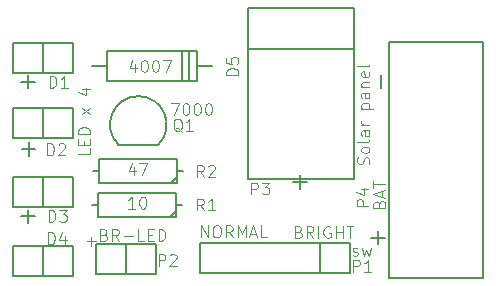
<source format=gbr>
G04 #@! TF.FileFunction,Legend,Top*
%FSLAX46Y46*%
G04 Gerber Fmt 4.6, Leading zero omitted, Abs format (unit mm)*
G04 Created by KiCad (PCBNEW 4.0.0-rc1-stable) date Sun Oct  2 07:22:39 2016*
%MOMM*%
G01*
G04 APERTURE LIST*
%ADD10C,0.100000*%
%ADD11C,0.200000*%
%ADD12C,0.150000*%
G04 APERTURE END LIST*
D10*
X63885714Y-57952381D02*
X63885714Y-56952381D01*
X64457143Y-57952381D01*
X64457143Y-56952381D01*
X65123809Y-56952381D02*
X65314286Y-56952381D01*
X65409524Y-57000000D01*
X65504762Y-57095238D01*
X65552381Y-57285714D01*
X65552381Y-57619048D01*
X65504762Y-57809524D01*
X65409524Y-57904762D01*
X65314286Y-57952381D01*
X65123809Y-57952381D01*
X65028571Y-57904762D01*
X64933333Y-57809524D01*
X64885714Y-57619048D01*
X64885714Y-57285714D01*
X64933333Y-57095238D01*
X65028571Y-57000000D01*
X65123809Y-56952381D01*
X66552381Y-57952381D02*
X66219047Y-57476190D01*
X65980952Y-57952381D02*
X65980952Y-56952381D01*
X66361905Y-56952381D01*
X66457143Y-57000000D01*
X66504762Y-57047619D01*
X66552381Y-57142857D01*
X66552381Y-57285714D01*
X66504762Y-57380952D01*
X66457143Y-57428571D01*
X66361905Y-57476190D01*
X65980952Y-57476190D01*
X66980952Y-57952381D02*
X66980952Y-56952381D01*
X67314286Y-57666667D01*
X67647619Y-56952381D01*
X67647619Y-57952381D01*
X68076190Y-57666667D02*
X68552381Y-57666667D01*
X67980952Y-57952381D02*
X68314285Y-56952381D01*
X68647619Y-57952381D01*
X69457143Y-57952381D02*
X68980952Y-57952381D01*
X68980952Y-56952381D01*
X72153572Y-57478571D02*
X72296429Y-57526190D01*
X72344048Y-57573810D01*
X72391667Y-57669048D01*
X72391667Y-57811905D01*
X72344048Y-57907143D01*
X72296429Y-57954762D01*
X72201191Y-58002381D01*
X71820238Y-58002381D01*
X71820238Y-57002381D01*
X72153572Y-57002381D01*
X72248810Y-57050000D01*
X72296429Y-57097619D01*
X72344048Y-57192857D01*
X72344048Y-57288095D01*
X72296429Y-57383333D01*
X72248810Y-57430952D01*
X72153572Y-57478571D01*
X71820238Y-57478571D01*
X73391667Y-58002381D02*
X73058333Y-57526190D01*
X72820238Y-58002381D02*
X72820238Y-57002381D01*
X73201191Y-57002381D01*
X73296429Y-57050000D01*
X73344048Y-57097619D01*
X73391667Y-57192857D01*
X73391667Y-57335714D01*
X73344048Y-57430952D01*
X73296429Y-57478571D01*
X73201191Y-57526190D01*
X72820238Y-57526190D01*
X73820238Y-58002381D02*
X73820238Y-57002381D01*
X74820238Y-57050000D02*
X74725000Y-57002381D01*
X74582143Y-57002381D01*
X74439285Y-57050000D01*
X74344047Y-57145238D01*
X74296428Y-57240476D01*
X74248809Y-57430952D01*
X74248809Y-57573810D01*
X74296428Y-57764286D01*
X74344047Y-57859524D01*
X74439285Y-57954762D01*
X74582143Y-58002381D01*
X74677381Y-58002381D01*
X74820238Y-57954762D01*
X74867857Y-57907143D01*
X74867857Y-57573810D01*
X74677381Y-57573810D01*
X75296428Y-58002381D02*
X75296428Y-57002381D01*
X75296428Y-57478571D02*
X75867857Y-57478571D01*
X75867857Y-58002381D02*
X75867857Y-57002381D01*
X76201190Y-57002381D02*
X76772619Y-57002381D01*
X76486904Y-58002381D02*
X76486904Y-57002381D01*
X54477381Y-50435714D02*
X54477381Y-50911905D01*
X53477381Y-50911905D01*
X53953571Y-50102381D02*
X53953571Y-49769047D01*
X54477381Y-49626190D02*
X54477381Y-50102381D01*
X53477381Y-50102381D01*
X53477381Y-49626190D01*
X54477381Y-49197619D02*
X53477381Y-49197619D01*
X53477381Y-48959524D01*
X53525000Y-48816666D01*
X53620238Y-48721428D01*
X53715476Y-48673809D01*
X53905952Y-48626190D01*
X54048810Y-48626190D01*
X54239286Y-48673809D01*
X54334524Y-48721428D01*
X54429762Y-48816666D01*
X54477381Y-48959524D01*
X54477381Y-49197619D01*
X54477381Y-47530952D02*
X53810714Y-47007142D01*
X53810714Y-47530952D02*
X54477381Y-47007142D01*
X53810714Y-45435713D02*
X54477381Y-45435713D01*
X53429762Y-45673809D02*
X54144048Y-45911904D01*
X54144048Y-45292856D01*
X54219048Y-58296429D02*
X54980953Y-58296429D01*
X54600001Y-58677381D02*
X54600001Y-57915476D01*
D11*
X48678572Y-56182143D02*
X49821429Y-56182143D01*
X49250000Y-56753571D02*
X49250000Y-55610714D01*
X48703572Y-50457143D02*
X49846429Y-50457143D01*
X49275000Y-51028571D02*
X49275000Y-49885714D01*
X48653572Y-44782143D02*
X49796429Y-44782143D01*
X49225000Y-45353571D02*
X49225000Y-44210714D01*
X79107143Y-45346428D02*
X79107143Y-44203571D01*
X71678572Y-53282143D02*
X72821429Y-53282143D01*
X72250000Y-53853571D02*
X72250000Y-52710714D01*
X78278572Y-57982143D02*
X79421429Y-57982143D01*
X78850000Y-58553571D02*
X78850000Y-57410714D01*
D12*
X50500000Y-44070000D02*
X50500000Y-41530000D01*
X53040000Y-44070000D02*
X53040000Y-41530000D01*
X53040000Y-41530000D02*
X50500000Y-41530000D01*
X50500000Y-41530000D02*
X47960000Y-41530000D01*
X47960000Y-41530000D02*
X47960000Y-44070000D01*
X47960000Y-44070000D02*
X53040000Y-44070000D01*
X50475000Y-49570000D02*
X50475000Y-47030000D01*
X53015000Y-49570000D02*
X53015000Y-47030000D01*
X53015000Y-47030000D02*
X50475000Y-47030000D01*
X50475000Y-47030000D02*
X47935000Y-47030000D01*
X47935000Y-47030000D02*
X47935000Y-49570000D01*
X47935000Y-49570000D02*
X53015000Y-49570000D01*
X50475000Y-55420000D02*
X50475000Y-52880000D01*
X53015000Y-55420000D02*
X53015000Y-52880000D01*
X53015000Y-52880000D02*
X50475000Y-52880000D01*
X50475000Y-52880000D02*
X47935000Y-52880000D01*
X47935000Y-52880000D02*
X47935000Y-55420000D01*
X47935000Y-55420000D02*
X53015000Y-55420000D01*
X50475000Y-61245000D02*
X50475000Y-58705000D01*
X53015000Y-61245000D02*
X53015000Y-58705000D01*
X53015000Y-58705000D02*
X50475000Y-58705000D01*
X50475000Y-58705000D02*
X47935000Y-58705000D01*
X47935000Y-58705000D02*
X47935000Y-61245000D01*
X47935000Y-61245000D02*
X53015000Y-61245000D01*
X57500000Y-61095000D02*
X57500000Y-58555000D01*
X60040000Y-61095000D02*
X60040000Y-58555000D01*
X60040000Y-58555000D02*
X57500000Y-58555000D01*
X57500000Y-58555000D02*
X54960000Y-58555000D01*
X54960000Y-58555000D02*
X54960000Y-61095000D01*
X54960000Y-61095000D02*
X60040000Y-61095000D01*
X55915000Y-42205000D02*
X63535000Y-42205000D01*
X63535000Y-42205000D02*
X63535000Y-44745000D01*
X63535000Y-44745000D02*
X55915000Y-44745000D01*
X55915000Y-44745000D02*
X55915000Y-42205000D01*
X62900000Y-42205000D02*
X62900000Y-44745000D01*
X62265000Y-44745000D02*
X62265000Y-42205000D01*
X55915000Y-43475000D02*
X54645000Y-43475000D01*
X63535000Y-43475000D02*
X64805000Y-43475000D01*
X62285000Y-55200000D02*
X61777000Y-55200000D01*
X54665000Y-55200000D02*
X55173000Y-55200000D01*
X55173000Y-55200000D02*
X55173000Y-56216000D01*
X55173000Y-56216000D02*
X61777000Y-56216000D01*
X61777000Y-56216000D02*
X61777000Y-54184000D01*
X61777000Y-54184000D02*
X55173000Y-54184000D01*
X55173000Y-54184000D02*
X55173000Y-55200000D01*
X61777000Y-55708000D02*
X61269000Y-56216000D01*
X62335000Y-52350000D02*
X61827000Y-52350000D01*
X54715000Y-52350000D02*
X55223000Y-52350000D01*
X55223000Y-52350000D02*
X55223000Y-53366000D01*
X55223000Y-53366000D02*
X61827000Y-53366000D01*
X61827000Y-53366000D02*
X61827000Y-51334000D01*
X61827000Y-51334000D02*
X55223000Y-51334000D01*
X55223000Y-51334000D02*
X55223000Y-52350000D01*
X61827000Y-52858000D02*
X61319000Y-53366000D01*
X87775000Y-41425000D02*
X79775000Y-41425000D01*
X79775000Y-41425000D02*
X79775000Y-61425000D01*
X79775000Y-61425000D02*
X87775000Y-61425000D01*
X87775000Y-61425000D02*
X87775000Y-41425000D01*
X56870000Y-50100000D02*
X60270000Y-50100000D01*
X56872944Y-50097056D02*
G75*
G02X58570000Y-46000000I1697056J1697056D01*
G01*
X60267056Y-50097056D02*
G75*
G03X58570000Y-46000000I-1697056J1697056D01*
G01*
X76825880Y-41999500D02*
X67824120Y-41999500D01*
X76825880Y-38499380D02*
X67824120Y-38499380D01*
X67824120Y-38499380D02*
X67824120Y-53000240D01*
X67824120Y-53000240D02*
X76825880Y-53000240D01*
X76825880Y-53000240D02*
X76825880Y-38499380D01*
X73985000Y-60945000D02*
X63825000Y-60945000D01*
X63825000Y-60945000D02*
X63825000Y-58405000D01*
X63825000Y-58405000D02*
X73985000Y-58405000D01*
X76525000Y-60945000D02*
X73985000Y-60945000D01*
X73985000Y-60945000D02*
X73985000Y-58405000D01*
X76525000Y-60945000D02*
X76525000Y-58405000D01*
X76525000Y-58405000D02*
X73985000Y-58405000D01*
D10*
X51061905Y-45277381D02*
X51061905Y-44277381D01*
X51300000Y-44277381D01*
X51442858Y-44325000D01*
X51538096Y-44420238D01*
X51585715Y-44515476D01*
X51633334Y-44705952D01*
X51633334Y-44848810D01*
X51585715Y-45039286D01*
X51538096Y-45134524D01*
X51442858Y-45229762D01*
X51300000Y-45277381D01*
X51061905Y-45277381D01*
X52585715Y-45277381D02*
X52014286Y-45277381D01*
X52300000Y-45277381D02*
X52300000Y-44277381D01*
X52204762Y-44420238D01*
X52109524Y-44515476D01*
X52014286Y-44563095D01*
X50861905Y-51002381D02*
X50861905Y-50002381D01*
X51100000Y-50002381D01*
X51242858Y-50050000D01*
X51338096Y-50145238D01*
X51385715Y-50240476D01*
X51433334Y-50430952D01*
X51433334Y-50573810D01*
X51385715Y-50764286D01*
X51338096Y-50859524D01*
X51242858Y-50954762D01*
X51100000Y-51002381D01*
X50861905Y-51002381D01*
X51814286Y-50097619D02*
X51861905Y-50050000D01*
X51957143Y-50002381D01*
X52195239Y-50002381D01*
X52290477Y-50050000D01*
X52338096Y-50097619D01*
X52385715Y-50192857D01*
X52385715Y-50288095D01*
X52338096Y-50430952D01*
X51766667Y-51002381D01*
X52385715Y-51002381D01*
X50986905Y-56627381D02*
X50986905Y-55627381D01*
X51225000Y-55627381D01*
X51367858Y-55675000D01*
X51463096Y-55770238D01*
X51510715Y-55865476D01*
X51558334Y-56055952D01*
X51558334Y-56198810D01*
X51510715Y-56389286D01*
X51463096Y-56484524D01*
X51367858Y-56579762D01*
X51225000Y-56627381D01*
X50986905Y-56627381D01*
X51891667Y-55627381D02*
X52510715Y-55627381D01*
X52177381Y-56008333D01*
X52320239Y-56008333D01*
X52415477Y-56055952D01*
X52463096Y-56103571D01*
X52510715Y-56198810D01*
X52510715Y-56436905D01*
X52463096Y-56532143D01*
X52415477Y-56579762D01*
X52320239Y-56627381D01*
X52034524Y-56627381D01*
X51939286Y-56579762D01*
X51891667Y-56532143D01*
X50936905Y-58527381D02*
X50936905Y-57527381D01*
X51175000Y-57527381D01*
X51317858Y-57575000D01*
X51413096Y-57670238D01*
X51460715Y-57765476D01*
X51508334Y-57955952D01*
X51508334Y-58098810D01*
X51460715Y-58289286D01*
X51413096Y-58384524D01*
X51317858Y-58479762D01*
X51175000Y-58527381D01*
X50936905Y-58527381D01*
X52365477Y-57860714D02*
X52365477Y-58527381D01*
X52127381Y-57479762D02*
X51889286Y-58194048D01*
X52508334Y-58194048D01*
X60286905Y-60377381D02*
X60286905Y-59377381D01*
X60667858Y-59377381D01*
X60763096Y-59425000D01*
X60810715Y-59472619D01*
X60858334Y-59567857D01*
X60858334Y-59710714D01*
X60810715Y-59805952D01*
X60763096Y-59853571D01*
X60667858Y-59901190D01*
X60286905Y-59901190D01*
X61239286Y-59472619D02*
X61286905Y-59425000D01*
X61382143Y-59377381D01*
X61620239Y-59377381D01*
X61715477Y-59425000D01*
X61763096Y-59472619D01*
X61810715Y-59567857D01*
X61810715Y-59663095D01*
X61763096Y-59805952D01*
X61191667Y-60377381D01*
X61810715Y-60377381D01*
X55670239Y-57728571D02*
X55813096Y-57776190D01*
X55860715Y-57823810D01*
X55908334Y-57919048D01*
X55908334Y-58061905D01*
X55860715Y-58157143D01*
X55813096Y-58204762D01*
X55717858Y-58252381D01*
X55336905Y-58252381D01*
X55336905Y-57252381D01*
X55670239Y-57252381D01*
X55765477Y-57300000D01*
X55813096Y-57347619D01*
X55860715Y-57442857D01*
X55860715Y-57538095D01*
X55813096Y-57633333D01*
X55765477Y-57680952D01*
X55670239Y-57728571D01*
X55336905Y-57728571D01*
X56908334Y-58252381D02*
X56575000Y-57776190D01*
X56336905Y-58252381D02*
X56336905Y-57252381D01*
X56717858Y-57252381D01*
X56813096Y-57300000D01*
X56860715Y-57347619D01*
X56908334Y-57442857D01*
X56908334Y-57585714D01*
X56860715Y-57680952D01*
X56813096Y-57728571D01*
X56717858Y-57776190D01*
X56336905Y-57776190D01*
X57336905Y-57871429D02*
X58098810Y-57871429D01*
X59051191Y-58252381D02*
X58575000Y-58252381D01*
X58575000Y-57252381D01*
X59384524Y-57728571D02*
X59717858Y-57728571D01*
X59860715Y-58252381D02*
X59384524Y-58252381D01*
X59384524Y-57252381D01*
X59860715Y-57252381D01*
X60289286Y-58252381D02*
X60289286Y-57252381D01*
X60527381Y-57252381D01*
X60670239Y-57300000D01*
X60765477Y-57395238D01*
X60813096Y-57490476D01*
X60860715Y-57680952D01*
X60860715Y-57823810D01*
X60813096Y-58014286D01*
X60765477Y-58109524D01*
X60670239Y-58204762D01*
X60527381Y-58252381D01*
X60289286Y-58252381D01*
X67027381Y-44213095D02*
X66027381Y-44213095D01*
X66027381Y-43975000D01*
X66075000Y-43832142D01*
X66170238Y-43736904D01*
X66265476Y-43689285D01*
X66455952Y-43641666D01*
X66598810Y-43641666D01*
X66789286Y-43689285D01*
X66884524Y-43736904D01*
X66979762Y-43832142D01*
X67027381Y-43975000D01*
X67027381Y-44213095D01*
X66027381Y-42736904D02*
X66027381Y-43213095D01*
X66503571Y-43260714D01*
X66455952Y-43213095D01*
X66408333Y-43117857D01*
X66408333Y-42879761D01*
X66455952Y-42784523D01*
X66503571Y-42736904D01*
X66598810Y-42689285D01*
X66836905Y-42689285D01*
X66932143Y-42736904D01*
X66979762Y-42784523D01*
X67027381Y-42879761D01*
X67027381Y-43117857D01*
X66979762Y-43213095D01*
X66932143Y-43260714D01*
X58311905Y-43285714D02*
X58311905Y-43952381D01*
X58073809Y-42904762D02*
X57835714Y-43619048D01*
X58454762Y-43619048D01*
X59026190Y-42952381D02*
X59121429Y-42952381D01*
X59216667Y-43000000D01*
X59264286Y-43047619D01*
X59311905Y-43142857D01*
X59359524Y-43333333D01*
X59359524Y-43571429D01*
X59311905Y-43761905D01*
X59264286Y-43857143D01*
X59216667Y-43904762D01*
X59121429Y-43952381D01*
X59026190Y-43952381D01*
X58930952Y-43904762D01*
X58883333Y-43857143D01*
X58835714Y-43761905D01*
X58788095Y-43571429D01*
X58788095Y-43333333D01*
X58835714Y-43142857D01*
X58883333Y-43047619D01*
X58930952Y-43000000D01*
X59026190Y-42952381D01*
X59978571Y-42952381D02*
X60073810Y-42952381D01*
X60169048Y-43000000D01*
X60216667Y-43047619D01*
X60264286Y-43142857D01*
X60311905Y-43333333D01*
X60311905Y-43571429D01*
X60264286Y-43761905D01*
X60216667Y-43857143D01*
X60169048Y-43904762D01*
X60073810Y-43952381D01*
X59978571Y-43952381D01*
X59883333Y-43904762D01*
X59835714Y-43857143D01*
X59788095Y-43761905D01*
X59740476Y-43571429D01*
X59740476Y-43333333D01*
X59788095Y-43142857D01*
X59835714Y-43047619D01*
X59883333Y-43000000D01*
X59978571Y-42952381D01*
X60645238Y-42952381D02*
X61311905Y-42952381D01*
X60883333Y-43952381D01*
X64108334Y-55677381D02*
X63775000Y-55201190D01*
X63536905Y-55677381D02*
X63536905Y-54677381D01*
X63917858Y-54677381D01*
X64013096Y-54725000D01*
X64060715Y-54772619D01*
X64108334Y-54867857D01*
X64108334Y-55010714D01*
X64060715Y-55105952D01*
X64013096Y-55153571D01*
X63917858Y-55201190D01*
X63536905Y-55201190D01*
X65060715Y-55677381D02*
X64489286Y-55677381D01*
X64775000Y-55677381D02*
X64775000Y-54677381D01*
X64679762Y-54820238D01*
X64584524Y-54915476D01*
X64489286Y-54963095D01*
X58284524Y-55525381D02*
X57713095Y-55525381D01*
X57998809Y-55525381D02*
X57998809Y-54525381D01*
X57903571Y-54668238D01*
X57808333Y-54763476D01*
X57713095Y-54811095D01*
X58903571Y-54525381D02*
X58998810Y-54525381D01*
X59094048Y-54573000D01*
X59141667Y-54620619D01*
X59189286Y-54715857D01*
X59236905Y-54906333D01*
X59236905Y-55144429D01*
X59189286Y-55334905D01*
X59141667Y-55430143D01*
X59094048Y-55477762D01*
X58998810Y-55525381D01*
X58903571Y-55525381D01*
X58808333Y-55477762D01*
X58760714Y-55430143D01*
X58713095Y-55334905D01*
X58665476Y-55144429D01*
X58665476Y-54906333D01*
X58713095Y-54715857D01*
X58760714Y-54620619D01*
X58808333Y-54573000D01*
X58903571Y-54525381D01*
X64108334Y-52852381D02*
X63775000Y-52376190D01*
X63536905Y-52852381D02*
X63536905Y-51852381D01*
X63917858Y-51852381D01*
X64013096Y-51900000D01*
X64060715Y-51947619D01*
X64108334Y-52042857D01*
X64108334Y-52185714D01*
X64060715Y-52280952D01*
X64013096Y-52328571D01*
X63917858Y-52376190D01*
X63536905Y-52376190D01*
X64489286Y-51947619D02*
X64536905Y-51900000D01*
X64632143Y-51852381D01*
X64870239Y-51852381D01*
X64965477Y-51900000D01*
X65013096Y-51947619D01*
X65060715Y-52042857D01*
X65060715Y-52138095D01*
X65013096Y-52280952D01*
X64441667Y-52852381D01*
X65060715Y-52852381D01*
X58239286Y-52008714D02*
X58239286Y-52675381D01*
X58001190Y-51627762D02*
X57763095Y-52342048D01*
X58382143Y-52342048D01*
X58667857Y-51675381D02*
X59334524Y-51675381D01*
X58905952Y-52675381D01*
X78052381Y-55313095D02*
X77052381Y-55313095D01*
X77052381Y-54932142D01*
X77100000Y-54836904D01*
X77147619Y-54789285D01*
X77242857Y-54741666D01*
X77385714Y-54741666D01*
X77480952Y-54789285D01*
X77528571Y-54836904D01*
X77576190Y-54932142D01*
X77576190Y-55313095D01*
X77385714Y-53884523D02*
X78052381Y-53884523D01*
X77004762Y-54122619D02*
X77719048Y-54360714D01*
X77719048Y-53741666D01*
X78953571Y-55138095D02*
X79001190Y-54995238D01*
X79048810Y-54947619D01*
X79144048Y-54900000D01*
X79286905Y-54900000D01*
X79382143Y-54947619D01*
X79429762Y-54995238D01*
X79477381Y-55090476D01*
X79477381Y-55471429D01*
X78477381Y-55471429D01*
X78477381Y-55138095D01*
X78525000Y-55042857D01*
X78572619Y-54995238D01*
X78667857Y-54947619D01*
X78763095Y-54947619D01*
X78858333Y-54995238D01*
X78905952Y-55042857D01*
X78953571Y-55138095D01*
X78953571Y-55471429D01*
X79191667Y-54519048D02*
X79191667Y-54042857D01*
X79477381Y-54614286D02*
X78477381Y-54280953D01*
X79477381Y-53947619D01*
X78477381Y-53757143D02*
X78477381Y-53185714D01*
X79477381Y-53471429D02*
X78477381Y-53471429D01*
X62279762Y-49022619D02*
X62184524Y-48975000D01*
X62089286Y-48879762D01*
X61946429Y-48736905D01*
X61851190Y-48689286D01*
X61755952Y-48689286D01*
X61803571Y-48927381D02*
X61708333Y-48879762D01*
X61613095Y-48784524D01*
X61565476Y-48594048D01*
X61565476Y-48260714D01*
X61613095Y-48070238D01*
X61708333Y-47975000D01*
X61803571Y-47927381D01*
X61994048Y-47927381D01*
X62089286Y-47975000D01*
X62184524Y-48070238D01*
X62232143Y-48260714D01*
X62232143Y-48594048D01*
X62184524Y-48784524D01*
X62089286Y-48879762D01*
X61994048Y-48927381D01*
X61803571Y-48927381D01*
X63184524Y-48927381D02*
X62613095Y-48927381D01*
X62898809Y-48927381D02*
X62898809Y-47927381D01*
X62803571Y-48070238D01*
X62708333Y-48165476D01*
X62613095Y-48213095D01*
X61313095Y-46602381D02*
X61979762Y-46602381D01*
X61551190Y-47602381D01*
X62551190Y-46602381D02*
X62646429Y-46602381D01*
X62741667Y-46650000D01*
X62789286Y-46697619D01*
X62836905Y-46792857D01*
X62884524Y-46983333D01*
X62884524Y-47221429D01*
X62836905Y-47411905D01*
X62789286Y-47507143D01*
X62741667Y-47554762D01*
X62646429Y-47602381D01*
X62551190Y-47602381D01*
X62455952Y-47554762D01*
X62408333Y-47507143D01*
X62360714Y-47411905D01*
X62313095Y-47221429D01*
X62313095Y-46983333D01*
X62360714Y-46792857D01*
X62408333Y-46697619D01*
X62455952Y-46650000D01*
X62551190Y-46602381D01*
X63503571Y-46602381D02*
X63598810Y-46602381D01*
X63694048Y-46650000D01*
X63741667Y-46697619D01*
X63789286Y-46792857D01*
X63836905Y-46983333D01*
X63836905Y-47221429D01*
X63789286Y-47411905D01*
X63741667Y-47507143D01*
X63694048Y-47554762D01*
X63598810Y-47602381D01*
X63503571Y-47602381D01*
X63408333Y-47554762D01*
X63360714Y-47507143D01*
X63313095Y-47411905D01*
X63265476Y-47221429D01*
X63265476Y-46983333D01*
X63313095Y-46792857D01*
X63360714Y-46697619D01*
X63408333Y-46650000D01*
X63503571Y-46602381D01*
X64455952Y-46602381D02*
X64551191Y-46602381D01*
X64646429Y-46650000D01*
X64694048Y-46697619D01*
X64741667Y-46792857D01*
X64789286Y-46983333D01*
X64789286Y-47221429D01*
X64741667Y-47411905D01*
X64694048Y-47507143D01*
X64646429Y-47554762D01*
X64551191Y-47602381D01*
X64455952Y-47602381D01*
X64360714Y-47554762D01*
X64313095Y-47507143D01*
X64265476Y-47411905D01*
X64217857Y-47221429D01*
X64217857Y-46983333D01*
X64265476Y-46792857D01*
X64313095Y-46697619D01*
X64360714Y-46650000D01*
X64455952Y-46602381D01*
X68136905Y-54327381D02*
X68136905Y-53327381D01*
X68517858Y-53327381D01*
X68613096Y-53375000D01*
X68660715Y-53422619D01*
X68708334Y-53517857D01*
X68708334Y-53660714D01*
X68660715Y-53755952D01*
X68613096Y-53803571D01*
X68517858Y-53851190D01*
X68136905Y-53851190D01*
X69041667Y-53327381D02*
X69660715Y-53327381D01*
X69327381Y-53708333D01*
X69470239Y-53708333D01*
X69565477Y-53755952D01*
X69613096Y-53803571D01*
X69660715Y-53898810D01*
X69660715Y-54136905D01*
X69613096Y-54232143D01*
X69565477Y-54279762D01*
X69470239Y-54327381D01*
X69184524Y-54327381D01*
X69089286Y-54279762D01*
X69041667Y-54232143D01*
X78079762Y-51765477D02*
X78127381Y-51622620D01*
X78127381Y-51384524D01*
X78079762Y-51289286D01*
X78032143Y-51241667D01*
X77936905Y-51194048D01*
X77841667Y-51194048D01*
X77746429Y-51241667D01*
X77698810Y-51289286D01*
X77651190Y-51384524D01*
X77603571Y-51575001D01*
X77555952Y-51670239D01*
X77508333Y-51717858D01*
X77413095Y-51765477D01*
X77317857Y-51765477D01*
X77222619Y-51717858D01*
X77175000Y-51670239D01*
X77127381Y-51575001D01*
X77127381Y-51336905D01*
X77175000Y-51194048D01*
X78127381Y-50622620D02*
X78079762Y-50717858D01*
X78032143Y-50765477D01*
X77936905Y-50813096D01*
X77651190Y-50813096D01*
X77555952Y-50765477D01*
X77508333Y-50717858D01*
X77460714Y-50622620D01*
X77460714Y-50479762D01*
X77508333Y-50384524D01*
X77555952Y-50336905D01*
X77651190Y-50289286D01*
X77936905Y-50289286D01*
X78032143Y-50336905D01*
X78079762Y-50384524D01*
X78127381Y-50479762D01*
X78127381Y-50622620D01*
X78127381Y-49717858D02*
X78079762Y-49813096D01*
X77984524Y-49860715D01*
X77127381Y-49860715D01*
X78127381Y-48908333D02*
X77603571Y-48908333D01*
X77508333Y-48955952D01*
X77460714Y-49051190D01*
X77460714Y-49241667D01*
X77508333Y-49336905D01*
X78079762Y-48908333D02*
X78127381Y-49003571D01*
X78127381Y-49241667D01*
X78079762Y-49336905D01*
X77984524Y-49384524D01*
X77889286Y-49384524D01*
X77794048Y-49336905D01*
X77746429Y-49241667D01*
X77746429Y-49003571D01*
X77698810Y-48908333D01*
X78127381Y-48432143D02*
X77460714Y-48432143D01*
X77651190Y-48432143D02*
X77555952Y-48384524D01*
X77508333Y-48336905D01*
X77460714Y-48241667D01*
X77460714Y-48146428D01*
X77460714Y-47051190D02*
X78460714Y-47051190D01*
X77508333Y-47051190D02*
X77460714Y-46955952D01*
X77460714Y-46765475D01*
X77508333Y-46670237D01*
X77555952Y-46622618D01*
X77651190Y-46574999D01*
X77936905Y-46574999D01*
X78032143Y-46622618D01*
X78079762Y-46670237D01*
X78127381Y-46765475D01*
X78127381Y-46955952D01*
X78079762Y-47051190D01*
X78127381Y-45717856D02*
X77603571Y-45717856D01*
X77508333Y-45765475D01*
X77460714Y-45860713D01*
X77460714Y-46051190D01*
X77508333Y-46146428D01*
X78079762Y-45717856D02*
X78127381Y-45813094D01*
X78127381Y-46051190D01*
X78079762Y-46146428D01*
X77984524Y-46194047D01*
X77889286Y-46194047D01*
X77794048Y-46146428D01*
X77746429Y-46051190D01*
X77746429Y-45813094D01*
X77698810Y-45717856D01*
X77460714Y-45241666D02*
X78127381Y-45241666D01*
X77555952Y-45241666D02*
X77508333Y-45194047D01*
X77460714Y-45098809D01*
X77460714Y-44955951D01*
X77508333Y-44860713D01*
X77603571Y-44813094D01*
X78127381Y-44813094D01*
X78079762Y-43955951D02*
X78127381Y-44051189D01*
X78127381Y-44241666D01*
X78079762Y-44336904D01*
X77984524Y-44384523D01*
X77603571Y-44384523D01*
X77508333Y-44336904D01*
X77460714Y-44241666D01*
X77460714Y-44051189D01*
X77508333Y-43955951D01*
X77603571Y-43908332D01*
X77698810Y-43908332D01*
X77794048Y-44384523D01*
X78127381Y-43336904D02*
X78079762Y-43432142D01*
X77984524Y-43479761D01*
X77127381Y-43479761D01*
X76761905Y-60852381D02*
X76761905Y-59852381D01*
X77142858Y-59852381D01*
X77238096Y-59900000D01*
X77285715Y-59947619D01*
X77333334Y-60042857D01*
X77333334Y-60185714D01*
X77285715Y-60280952D01*
X77238096Y-60328571D01*
X77142858Y-60376190D01*
X76761905Y-60376190D01*
X78285715Y-60852381D02*
X77714286Y-60852381D01*
X78000000Y-60852381D02*
X78000000Y-59852381D01*
X77904762Y-59995238D01*
X77809524Y-60090476D01*
X77714286Y-60138095D01*
X76736905Y-59454762D02*
X76832143Y-59502381D01*
X77022619Y-59502381D01*
X77117858Y-59454762D01*
X77165477Y-59359524D01*
X77165477Y-59311905D01*
X77117858Y-59216667D01*
X77022619Y-59169048D01*
X76879762Y-59169048D01*
X76784524Y-59121429D01*
X76736905Y-59026190D01*
X76736905Y-58978571D01*
X76784524Y-58883333D01*
X76879762Y-58835714D01*
X77022619Y-58835714D01*
X77117858Y-58883333D01*
X77498810Y-58835714D02*
X77689286Y-59502381D01*
X77879763Y-59026190D01*
X78070239Y-59502381D01*
X78260715Y-58835714D01*
M02*

</source>
